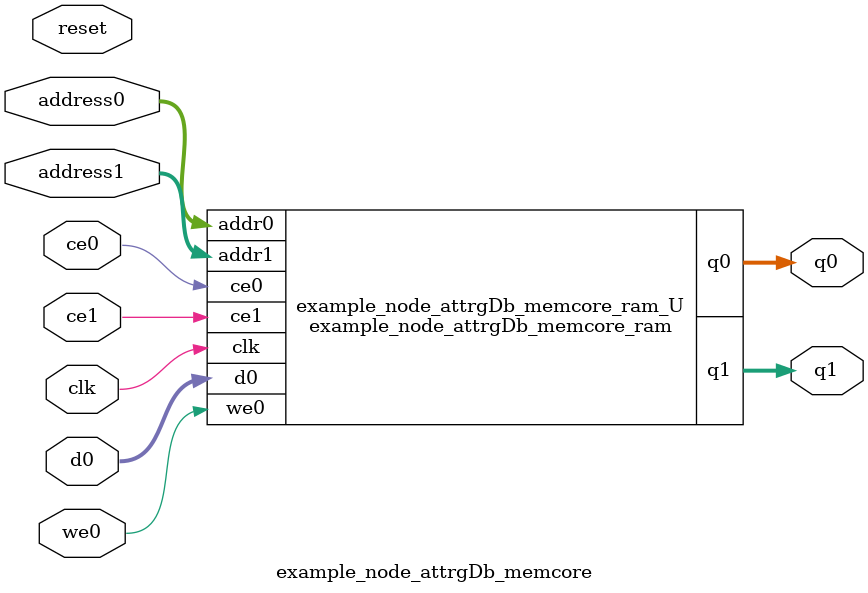
<source format=v>
`timescale 1 ns / 1 ps
module example_node_attrgDb_memcore_ram (addr0, ce0, d0, we0, q0, addr1, ce1, q1,  clk);

parameter DWIDTH = 14;
parameter AWIDTH = 6;
parameter MEM_SIZE = 60;

input[AWIDTH-1:0] addr0;
input ce0;
input[DWIDTH-1:0] d0;
input we0;
output reg[DWIDTH-1:0] q0;
input[AWIDTH-1:0] addr1;
input ce1;
output reg[DWIDTH-1:0] q1;
input clk;

(* ram_style = "distributed" *)reg [DWIDTH-1:0] ram[0:MEM_SIZE-1];




always @(posedge clk)  
begin 
    if (ce0) begin
        if (we0) 
            ram[addr0] <= d0; 
        q0 <= ram[addr0];
    end
end


always @(posedge clk)  
begin 
    if (ce1) begin
        q1 <= ram[addr1];
    end
end


endmodule

`timescale 1 ns / 1 ps
module example_node_attrgDb_memcore(
    reset,
    clk,
    address0,
    ce0,
    we0,
    d0,
    q0,
    address1,
    ce1,
    q1);

parameter DataWidth = 32'd14;
parameter AddressRange = 32'd60;
parameter AddressWidth = 32'd6;
input reset;
input clk;
input[AddressWidth - 1:0] address0;
input ce0;
input we0;
input[DataWidth - 1:0] d0;
output[DataWidth - 1:0] q0;
input[AddressWidth - 1:0] address1;
input ce1;
output[DataWidth - 1:0] q1;



example_node_attrgDb_memcore_ram example_node_attrgDb_memcore_ram_U(
    .clk( clk ),
    .addr0( address0 ),
    .ce0( ce0 ),
    .we0( we0 ),
    .d0( d0 ),
    .q0( q0 ),
    .addr1( address1 ),
    .ce1( ce1 ),
    .q1( q1 ));

endmodule


</source>
